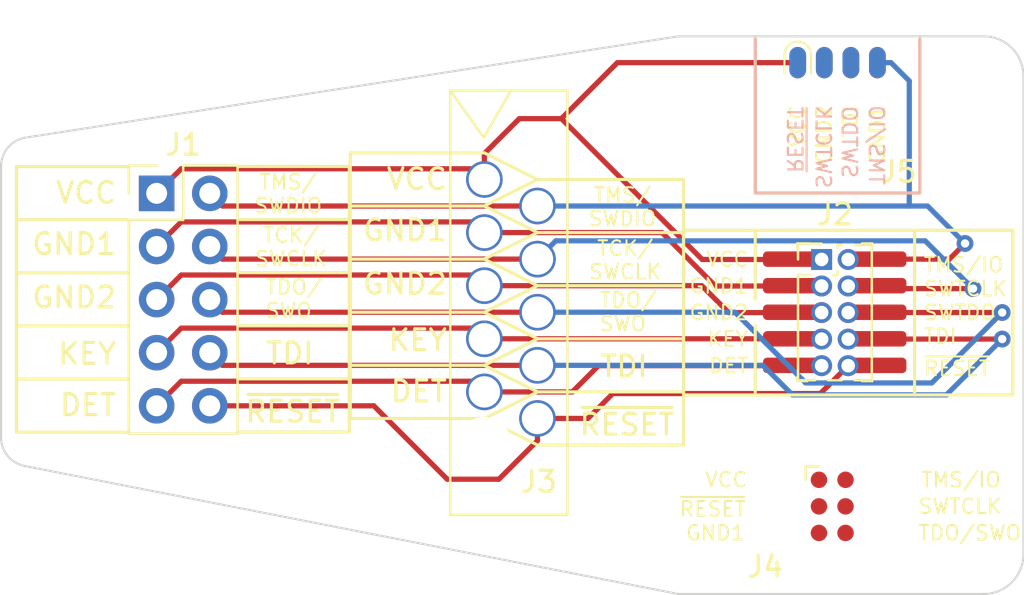
<source format=kicad_pcb>
(kicad_pcb (version 20221018) (generator pcbnew)
  (layers (0 "F.Cu" signal) (31 "B.Cu" signal) (34 "B.Paste" user) (35 "F.Paste" user) (36 "B.SilkS" user "B.Silkscreen") (37 "F.SilkS" user "F.Silkscreen") (38 "B.Mask" user) (39 "F.Mask" user) (44 "Edge.Cuts" user))
  (net 0 "")
  (net 1 "VCC")
  (net 2 "TMS{slash}SWDIO")
  (net 3 "GND1")
  (net 4 "TCK{slash}SWCLK")
  (net 5 "GND2")
  (net 6 "TDO{slash}SWO")
  (net 7 "KEY")
  (net 8 "TDI")
  (net 9 "DET")
  (net 10 "~{RESET}")
  (footprint "lethalbit-connectors:FTSH-105-01-L-DV-K-TR" (layer "F.Cu") (at 156.708 106.541232 -90)
    (fp_text reference "J6" hide)
    (fp_text value "Cortex_Dbg_SMD")
    (fp_line (start -3.3 -1.8) (end -3.3 -1.3) (stroke (width 0.1)) (layer "F.SilkS"))
    (fp_line (start -3.3 1.8) (end -3.3 1.2) (stroke (width 0.1)) (layer "F.SilkS"))
    (fp_line (start -3.1 -1.8) (end -3.3 -1.8) (stroke (width 0.1)) (layer "F.SilkS"))
    (fp_line (start -3.1 1.8) (end -3.3 1.8) (stroke (width 0.1)) (layer "F.SilkS"))
    (fp_line (start 3.1 -1.8) (end 3.3 -1.8) (stroke (width 0.1)) (layer "F.SilkS"))
    (fp_line (start 3.1 1.8) (end 3.3 1.8) (stroke (width 0.1)) (layer "F.SilkS"))
    (fp_line (start 3.3 -1.8) (end 3.3 -1.3) (stroke (width 0.1)) (layer "F.SilkS"))
    (fp_line (start 3.3 1.8) (end 3.3 1.3) (stroke (width 0.1)) (layer "F.SilkS"))
    (pad "1" smd roundrect (at -2.54 2.035 270) (size 0.74 2.79) (layers "F.Cu" "F.Paste" "F.Mask") (roundrect_rratio 0.2702702703) (net 1 "VCC"))
    (pad "2" smd roundrect (at -2.54 -2.035 270) (size 0.74 2.79) (layers "F.Cu" "F.Paste" "F.Mask") (roundrect_rratio 0.2702702703) (net 2 "TMS{slash}SWDIO"))
    (pad "3" smd roundrect (at -1.27 2.035 270) (size 0.74 2.79) (layers "F.Cu" "F.Paste" "F.Mask") (roundrect_rratio 0.2702702703) (net 3 "GND1"))
    (pad "4" smd roundrect (at -1.27 -2.035 270) (size 0.74 2.79) (layers "F.Cu" "F.Paste" "F.Mask") (roundrect_rratio 0.2702702703) (net 4 "TCK{slash}SWCLK"))
    (pad "5" smd roundrect (at 0 2.035 270) (size 0.74 2.79) (layers "F.Cu" "F.Paste" "F.Mask") (roundrect_rratio 0.2702702703) (net 5 "GND2"))
    (pad "6" smd roundrect (at 0 -2.035 270) (size 0.74 2.79) (layers "F.Cu" "F.Paste" "F.Mask") (roundrect_rratio 0.2702702703) (net 6 "TDO{slash}SWO"))
    (pad "7" smd roundrect (at 1.27 2.035 270) (size 0.74 2.79) (layers "F.Cu" "F.Paste" "F.Mask") (roundrect_rratio 0.2702702703) (net 7 "KEY"))
    (pad "8" smd roundrect (at 1.27 -2.035 270) (size 0.74 2.79) (layers "F.Cu" "F.Paste" "F.Mask") (roundrect_rratio 0.2702702703) (net 8 "TDI"))
    (pad "9" smd roundrect (at 2.54 2.035 270) (size 0.74 2.79) (layers "F.Cu" "F.Paste" "F.Mask") (roundrect_rratio 0.2702702703) (net 9 "DET"))
    (pad "10" smd roundrect (at 2.54 -2.035 270) (size 0.74 2.79) (layers "F.Cu" "F.Paste" "F.Mask") (roundrect_rratio 0.2702702703) (net 10 "~{RESET}"))
  )
  (footprint "Connector_PinHeader_2.54mm:PinHeader_2x05_P2.54mm_Vertical" (layer "F.Cu") (at 124.2815 100.855)
    (fp_text reference "J1" (at 1.27 -2.33) (layer "F.SilkS"))
    (fp_text value "IDC_Breakout")
    (fp_line (start -1.33 -1.33) (end 0 -1.33) (stroke (width 0.12)) (layer "F.SilkS"))
    (fp_line (start -1.33 0) (end -1.33 -1.33) (stroke (width 0.12)) (layer "F.SilkS"))
    (fp_line (start -1.33 1.27) (end -1.33 11.49) (stroke (width 0.12)) (layer "F.SilkS"))
    (fp_line (start -1.33 1.27) (end 1.27 1.27) (stroke (width 0.12)) (layer "F.SilkS"))
    (fp_line (start -1.33 11.49) (end 3.87 11.49) (stroke (width 0.12)) (layer "F.SilkS"))
    (fp_line (start 1.27 -1.33) (end 3.87 -1.33) (stroke (width 0.12)) (layer "F.SilkS"))
    (fp_line (start 1.27 1.27) (end 1.27 -1.33) (stroke (width 0.12)) (layer "F.SilkS"))
    (fp_line (start 3.87 -1.33) (end 3.87 11.49) (stroke (width 0.12)) (layer "F.SilkS"))
    (pad "1" thru_hole rect (at 0 0) (size 1.7 1.7) (drill 1) (layers "*.Cu" "*.Mask") (net 1 "VCC"))
    (pad "2" thru_hole oval (at 2.54 0) (size 1.7 1.7) (drill 1) (layers "*.Cu" "*.Mask") (net 2 "TMS{slash}SWDIO"))
    (pad "3" thru_hole oval (at 0 2.54) (size 1.7 1.7) (drill 1) (layers "*.Cu" "*.Mask") (net 3 "GND1"))
    (pad "4" thru_hole oval (at 2.54 2.54) (size 1.7 1.7) (drill 1) (layers "*.Cu" "*.Mask") (net 4 "TCK{slash}SWCLK"))
    (pad "5" thru_hole oval (at 0 5.08) (size 1.7 1.7) (drill 1) (layers "*.Cu" "*.Mask") (net 5 "GND2"))
    (pad "6" thru_hole oval (at 2.54 5.08) (size 1.7 1.7) (drill 1) (layers "*.Cu" "*.Mask") (net 6 "TDO{slash}SWO"))
    (pad "7" thru_hole oval (at 0 7.62) (size 1.7 1.7) (drill 1) (layers "*.Cu" "*.Mask") (net 7 "KEY"))
    (pad "8" thru_hole oval (at 2.54 7.62) (size 1.7 1.7) (drill 1) (layers "*.Cu" "*.Mask") (net 8 "TDI"))
    (pad "9" thru_hole oval (at 0 10.16) (size 1.7 1.7) (drill 1) (layers "*.Cu" "*.Mask") (net 9 "DET"))
    (pad "10" thru_hole oval (at 2.54 10.16) (size 1.7 1.7) (drill 1) (layers "*.Cu" "*.Mask") (net 10 "~{RESET}"))
  )
  (footprint "Connector_PinHeader_1.27mm:PinHeader_2x05_P1.27mm_Vertical" (layer "F.Cu") (at 156.083 104.016232)
    (fp_text reference "J2" (at 0.635 -2.159) (layer "F.SilkS"))
    (fp_text value "Cortex_Dbg")
    (fp_line (start -1.13 -0.76) (end 0 -0.76) (stroke (width 0.12)) (layer "F.SilkS"))
    (fp_line (start -1.13 0) (end -1.13 -0.76) (stroke (width 0.12)) (layer "F.SilkS"))
    (fp_line (start -1.13 0.76) (end -1.13 5.775) (stroke (width 0.12)) (layer "F.SilkS"))
    (fp_line (start -1.13 0.76) (end -0.563471 0.76) (stroke (width 0.12)) (layer "F.SilkS"))
    (fp_line (start -1.13 5.775) (end -0.30753 5.775) (stroke (width 0.12)) (layer "F.SilkS"))
    (fp_line (start 0.30753 5.775) (end 0.96247 5.775) (stroke (width 0.12)) (layer "F.SilkS"))
    (fp_line (start 0.563471 0.76) (end 0.706529 0.76) (stroke (width 0.12)) (layer "F.SilkS"))
    (fp_line (start 0.76 -0.695) (end 0.96247 -0.695) (stroke (width 0.12)) (layer "F.SilkS"))
    (fp_line (start 0.76 -0.563471) (end 0.76 -0.695) (stroke (width 0.12)) (layer "F.SilkS"))
    (fp_line (start 0.76 0.706529) (end 0.76 0.563471) (stroke (width 0.12)) (layer "F.SilkS"))
    (fp_line (start 1.57753 -0.695) (end 2.4 -0.695) (stroke (width 0.12)) (layer "F.SilkS"))
    (fp_line (start 1.57753 5.775) (end 2.4 5.775) (stroke (width 0.12)) (layer "F.SilkS"))
    (fp_line (start 2.4 -0.695) (end 2.4 5.775) (stroke (width 0.12)) (layer "F.SilkS"))
    (pad "1" thru_hole rect (at 0 0) (size 1 1) (drill 0.65) (layers "*.Cu" "*.Mask") (net 1 "VCC"))
    (pad "2" thru_hole oval (at 1.27 0) (size 1 1) (drill 0.65) (layers "*.Cu" "*.Mask") (net 2 "TMS{slash}SWDIO"))
    (pad "3" thru_hole oval (at 0 1.27) (size 1 1) (drill 0.65) (layers "*.Cu" "*.Mask") (net 3 "GND1"))
    (pad "4" thru_hole oval (at 1.27 1.27) (size 1 1) (drill 0.65) (layers "*.Cu" "*.Mask") (net 4 "TCK{slash}SWCLK"))
    (pad "5" thru_hole oval (at 0 2.54) (size 1 1) (drill 0.65) (layers "*.Cu" "*.Mask") (net 5 "GND2"))
    (pad "6" thru_hole oval (at 1.27 2.54) (size 1 1) (drill 0.65) (layers "*.Cu" "*.Mask") (net 6 "TDO{slash}SWO"))
    (pad "7" thru_hole oval (at 0 3.81) (size 1 1) (drill 0.65) (layers "*.Cu" "*.Mask") (net 7 "KEY"))
    (pad "8" thru_hole oval (at 1.27 3.81) (size 1 1) (drill 0.65) (layers "*.Cu" "*.Mask") (net 8 "TDI"))
    (pad "9" thru_hole oval (at 0 5.08) (size 1 1) (drill 0.65) (layers "*.Cu" "*.Mask") (net 9 "DET"))
    (pad "10" thru_hole oval (at 1.27 5.08) (size 1 1) (drill 0.65) (layers "*.Cu" "*.Mask") (net 10 "~{RESET}"))
  )
  (footprint "chip-bo:SOIC_clipProgSmall" (layer "F.Cu") (at 156.845 93.853 180)
    (fp_text reference "J5" (at -2.921 -5.969 180) (layer "F.SilkS"))
    (fp_text value "SOICbite")
    (fp_line (start 1.27 -0.381) (end 1.27 -1.27) (stroke (width 0.1)) (layer "F.SilkS"))
    (fp_line (start 2.54 -0.381) (end 2.54 -1.27) (stroke (width 0.1)) (layer "F.SilkS"))
    (fp_arc (start 2.54 -0.381) (mid 1.905 0.254) (end 1.27 -0.381) (stroke (width 0.1)) (layer "F.SilkS"))
    (pad "" np_thru_hole circle (at -2.54 -1.905 180) (size 0.7 0.7) (drill 0.7) (layers "*.Cu" "*.Mask"))
    (pad "" np_thru_hole circle (at -1.27 -1.905 180) (size 0.7 0.7) (drill 0.7) (layers "*.Cu" "*.Mask"))
    (pad "" np_thru_hole circle (at 0 -1.905 180) (size 0.7 0.7) (drill 0.7) (layers "*.Cu" "*.Mask"))
    (pad "" np_thru_hole circle (at 1.27 -1.905 180) (size 0.7 0.7) (drill 0.7) (layers "*.Cu" "*.Mask"))
    (pad "" np_thru_hole circle (at 2.54 -1.905 180) (size 0.7 0.7) (drill 0.7) (layers "*.Cu" "*.Mask"))
    (pad "1" smd oval (at 1.905 -0.75 180) (size 0.8 1.5) (layers "F.Cu" "F.Mask") (net 1 "VCC"))
    (pad "2" smd oval (at 0.635 -0.75 180) (size 0.8 1.5) (layers "F.Cu" "F.Mask") (net 5 "GND2"))
    (pad "3" smd oval (at -0.635 -0.75 180) (size 0.8 1.5) (layers "F.Cu" "F.Mask") (net 8 "TDI"))
    (pad "4" smd oval (at -1.905 -0.75 180) (size 0.8 1.5) (layers "F.Cu" "F.Mask") (net 3 "GND1"))
    (pad "5" smd oval (at -1.905 -0.75 180) (size 0.8 1.5) (layers "B.Cu" "B.Mask") (net 2 "TMS{slash}SWDIO"))
    (pad "6" smd oval (at -0.635 -0.75 180) (size 0.8 1.5) (layers "B.Cu" "B.Mask") (net 6 "TDO{slash}SWO"))
    (pad "7" smd oval (at 0.635 -0.75 180) (size 0.8 1.5) (layers "B.Cu" "B.Mask") (net 4 "TCK{slash}SWCLK"))
    (pad "8" smd oval (at 1.905 -0.75 180) (size 0.8 1.5) (layers "B.Cu" "B.Mask") (net 10 "~{RESET}"))
  )
  (footprint "Connector:Tag-Connect_TC2030-IDC-FP_2x03_P1.27mm_Vertical" (layer "F.Cu") (at 156.591 115.824 -90)
    (fp_text reference "J4" (at 2.885 3.21) (layer "F.SilkS"))
    (fp_text value "Conn_ARM_SWD_TagConnect_TC2030" hide)
    (fp_line (start -1.905 1.27) (end -1.905 0.635) (stroke (width 0.12)) (layer "F.SilkS"))
    (fp_line (start -1.27 1.27) (end -1.905 1.27) (stroke (width 0.12)) (layer "F.SilkS"))
    (pad "" np_thru_hole circle (at -2.54 -2.54 270) (size 2.3749 2.3749) (drill 2.3749) (layers "*.Cu" "*.Mask"))
    (pad "" np_thru_hole circle (at -2.54 0 270) (size 0.9906 0.9906) (drill 0.9906) (layers "*.Cu" "*.Mask"))
    (pad "" np_thru_hole circle (at -2.54 2.54 270) (size 2.3749 2.3749) (drill 2.3749) (layers "*.Cu" "*.Mask"))
    (pad "" np_thru_hole circle (at 0.635 -2.54 270) (size 2.3749 2.3749) (drill 2.3749) (layers "*.Cu" "*.Mask"))
    (pad "" np_thru_hole circle (at 0.635 2.54 270) (size 2.3749 2.3749) (drill 2.3749) (layers "*.Cu" "*.Mask"))
    (pad "" np_thru_hole circle (at 2.54 -1.016 270) (size 0.9906 0.9906) (drill 0.9906) (layers "*.Cu" "*.Mask"))
    (pad "" np_thru_hole circle (at 2.54 1.016 270) (size 0.9906 0.9906) (drill 0.9906) (layers "*.Cu" "*.Mask"))
    (pad "1" connect circle (at -1.27 0.635 270) (size 0.7874 0.7874) (layers "F.Cu" "F.Mask") (net 1 "VCC"))
    (pad "2" connect circle (at -1.27 -0.635 270) (size 0.7874 0.7874) (layers "F.Cu" "F.Mask") (net 2 "TMS{slash}SWDIO"))
    (pad "3" connect circle (at 0 0.635 270) (size 0.7874 0.7874) (layers "F.Cu" "F.Mask") (net 10 "~{RESET}"))
    (pad "4" connect circle (at 0 -0.635 270) (size 0.7874 0.7874) (layers "F.Cu" "F.Mask") (net 4 "TCK{slash}SWCLK"))
    (pad "5" connect circle (at 1.27 0.635 270) (size 0.7874 0.7874) (layers "F.Cu" "F.Mask") (net 3 "GND1"))
    (pad "6" connect circle (at 1.27 -0.635 270) (size 0.7874 0.7874) (layers "F.Cu" "F.Mask") (net 6 "TDO{slash}SWO"))
  )
  (footprint "chip-bo:Wurth_WR-RST_REDFIT_IDC_SKEDD-10_02x05_490107671012_DEBUG" (layer "F.Cu") (at 141.224 105.84 -90)
    (fp_text reference "J3" (at 8.8 -1.33 unlocked) (layer "F.SilkS"))
    (fp_text value "Redfit_SKEDD")
    (fp_line (start -7.655 1.3) (end -9.9 0) (stroke (width 0.12)) (layer "F.SilkS"))
    (fp_line (start -7.655 1.3) (end -9.9 2.9) (stroke (width 0.12)) (layer "F.SilkS"))
    (fp_rect (start -9.9 -2.7) (end 10.39 2.9) (stroke (width 0.12)) (fill none) (layer "F.SilkS"))
    (pad "" np_thru_hole circle (at -6.98 -1.27 270) (size 2.2 2.2) (drill 2.2) (layers "*.Cu" "*.Mask"))
    (pad "" np_thru_hole circle (at 7.01 1.27 270) (size 2.6 2.6) (drill 2.6) (layers "*.Cu" "*.Mask"))
    (pad "1" thru_hole circle (at -5.65 1.27 270) (size 1.75 1.75) (drill 1.5) (layers "*.Cu" "*.Mask") (net 1 "VCC"))
    (pad "2" thru_hole circle (at -4.38 -1.27 270) (size 1.75 1.75) (drill 1.5) (layers "*.Cu" "*.Mask") (net 2 "TMS{slash}SWDIO"))
    (pad "3" thru_hole circle (at -3.11 1.27 270) (size 1.75 1.75) (drill 1.5) (layers "*.Cu" "*.Mask") (net 3 "GND1"))
    (pad "4" thru_hole circle (at -1.84 -1.27 270) (size 1.75 1.75) (drill 1.5) (layers "*.Cu" "*.Mask") (net 4 "TCK{slash}SWCLK"))
    (pad "5" thru_hole circle (at -0.57 1.27 270) (size 1.75 1.75) (drill 1.5) (layers "*.Cu" "*.Mask") (net 5 "GND2"))
    (pad "6" thru_hole circle (at 0.7 -1.27 270) (size 1.75 1.75) (drill 1.5) (layers "*.Cu" "*.Mask") (net 6 "TDO{slash}SWO"))
    (pad "7" thru_hole circle (at 1.97 1.27 270) (size 1.75 1.75) (drill 1.5) (layers "*.Cu" "*.Mask") (net 7 "KEY"))
    (pad "8" thru_hole circle (at 3.24 -1.27 270) (size 1.75 1.75) (drill 1.5) (layers "*.Cu" "*.Mask") (net 8 "TDI"))
    (pad "9" thru_hole circle (at 4.51 1.27 270) (size 1.75 1.75) (drill 1.5) (layers "*.Cu" "*.Mask") (net 9 "DET"))
    (pad "10" thru_hole circle (at 5.78 -1.27 270) (size 1.75 1.75) (drill 1.5) (layers "*.Cu" "*.Mask") (net 10 "~{RESET}"))
  )
  (gr_line (start 160.782 100.838) (end 160.782 93.472) (stroke (width 0.15)) (layer "B.SilkS"))
  (gr_line (start 152.908 100.838) (end 160.782 100.838) (stroke (width 0.15)) (layer "B.SilkS"))
  (gr_line (start 152.908 93.472) (end 152.908 100.838) (stroke (width 0.15)) (layer "B.SilkS"))
  (gr_line (start 165.227 110.493232) (end 165.227 102.619232) (stroke (width 0.15)) (layer "F.SilkS"))
  (gr_line (start 133.5435 98.92) (end 133.5435 111.62) (stroke (width 0.15)) (layer "F.SilkS"))
  (gr_line (start 139.954 104) (end 142.494 102.73) (stroke (width 0.15)) (layer "F.SilkS"))
  (gr_line (start 133.4955 99.568) (end 128.1615 99.568) (stroke (width 0.15)) (layer "F.SilkS"))
  (gr_line (start 133.4955 104.648) (end 128.1615 104.648) (stroke (width 0.15)) (layer "F.SilkS"))
  (gr_line (start 139.954 101.46) (end 142.494 102.73) (stroke (width 0.15)) (layer "F.SilkS"))
  (gr_line (start 160.528 102.619232) (end 165.227 102.619232) (stroke (width 0.15)) (layer "F.SilkS"))
  (gr_line (start 133.4955 109.728) (end 128.1615 109.728) (stroke (width 0.15)) (layer "F.SilkS"))
  (gr_line (start 128.1615 112.268) (end 133.4955 112.268) (stroke (width 0.15)) (layer "F.SilkS"))
  (gr_line (start 139.954 111.62) (end 142.494 112.89) (stroke (width 0.15)) (layer "F.SilkS"))
  (gr_line (start 133.5435 111.62) (end 139.954 111.62) (stroke (width 0.15)) (layer "F.SilkS"))
  (gr_line (start 117.5815 112.275) (end 122.9155 112.275) (stroke (width 0.15)) (layer "F.SilkS"))
  (gr_line (start 122.9155 109.735) (end 117.5815 109.735) (stroke (width 0.15)) (layer "F.SilkS"))
  (gr_line (start 139.954 109.08) (end 142.494 110.35) (stroke (width 0.15)) (layer "F.SilkS"))
  (gr_line (start 149.479 107.81) (end 142.494 107.81) (stroke (width 0.15)) (layer "F.SilkS"))
  (gr_line (start 139.954 109.08) (end 133.5435 109.08) (stroke (width 0.15)) (layer "F.SilkS"))
  (gr_line (start 139.954 101.46) (end 133.5435 101.46) (stroke (width 0.15)) (layer "F.SilkS"))
  (gr_line (start 152.908 93.472) (end 152.908 100.838) (stroke (width 0.15)) (layer "F.SilkS"))
  (gr_line (start 149.479 102.619232) (end 152.908 102.619232) (stroke (width 0.15)) (layer "F.SilkS"))
  (gr_line (start 122.9155 107.195) (end 117.5815 107.195) (stroke (width 0.15)) (layer "F.SilkS"))
  (gr_line (start 152.908 100.838) (end 160.782 100.838) (stroke (width 0.15)) (layer "F.SilkS"))
  (gr_line (start 122.9155 99.575) (end 117.5815 99.575) (stroke (width 0.15)) (layer "F.SilkS"))
  (gr_line (start 149.479 110.493232) (end 149.479 102.619232) (stroke (width 0.15)) (layer "F.SilkS"))
  (gr_line (start 139.954 98.92) (end 133.5435 98.92) (stroke (width 0.15)) (layer "F.SilkS"))
  (gr_line (start 117.5815 99.575) (end 117.5815 112.275) (stroke (width 0.15)) (layer "F.SilkS"))
  (gr_line (start 142.494 100.19) (end 149.479 100.19) (stroke (width 0.15)) (layer "F.SilkS"))
  (gr_line (start 139.954 109.08) (end 142.494 107.81) (stroke (width 0.15)) (layer "F.SilkS"))
  (gr_line (start 122.9155 104.655) (end 117.5815 104.655) (stroke (width 0.15)) (layer "F.SilkS"))
  (gr_line (start 160.782 100.838) (end 160.782 93.472) (stroke (width 0.15)) (layer "F.SilkS"))
  (gr_line (start 133.4955 99.568) (end 133.4955 112.268) (stroke (width 0.15)) (layer "F.SilkS"))
  (gr_line (start 139.954 106.54) (end 133.5435 106.54) (stroke (width 0.15)) (layer "F.SilkS"))
  (gr_line (start 139.954 104) (end 133.5435 104) (stroke (width 0.15)) (layer "F.SilkS"))
  (gr_line (start 139.954 101.46) (end 142.494 100.19) (stroke (width 0.15)) (layer "F.SilkS"))
  (gr_line (start 152.908 102.619232) (end 160.528 102.619232) (stroke (width 0.15)) (layer "F.SilkS"))
  (gr_line (start 160.528 102.619232) (end 160.528 110.493232) (stroke (width 0.15)) (layer "F.SilkS"))
  (gr_line (start 149.479 112.89) (end 142.494 112.89) (stroke (width 0.15)) (layer "F.SilkS"))
  (gr_line (start 149.479 102.73) (end 142.494 102.73) (stroke (width 0.15)) (layer "F.SilkS"))
  (gr_line (start 149.479 105.27) (end 142.494 105.27) (stroke (width 0.15)) (layer "F.SilkS"))
  (gr_line (start 139.954 106.54) (end 142.494 107.81) (stroke (width 0.15)) (layer "F.SilkS"))
  (gr_line (start 160.528 110.493232) (end 152.908 110.493232) (stroke (width 0.15)) (layer "F.SilkS"))
  (gr_line (start 165.227 110.493232) (end 160.528 110.493232) (stroke (width 0.15)) (layer "F.SilkS"))
  (gr_line (start 152.908 102.619232) (end 152.908 105.921232) (stroke (width 0.15)) (layer "F.SilkS"))
  (gr_line (start 133.4955 107.188) (end 128.1615 107.188) (stroke (width 0.15)) (layer "F.SilkS"))
  (gr_line (start 149.479 110.35) (end 142.494 110.35) (stroke (width 0.15)) (layer "F.SilkS"))
  (gr_line (start 133.4955 102.108) (end 128.1615 102.108) (stroke (width 0.15)) (layer "F.SilkS"))
  (gr_line (start 152.908 110.493232) (end 149.479 110.493232) (stroke (width 0.15)) (layer "F.SilkS"))
  (gr_line (start 139.954 111.62) (end 142.494 110.35) (stroke (width 0.15)) (layer "F.SilkS"))
  (gr_line (start 139.954 98.92) (end 142.494 100.19) (stroke (width 0.15)) (layer "F.SilkS"))
  (gr_line (start 139.954 106.54) (end 142.494 105.27) (stroke (width 0.15)) (layer "F.SilkS"))
  (gr_line (start 139.954 104) (end 142.494 105.27) (stroke (width 0.15)) (layer "F.SilkS"))
  (gr_line (start 149.479 100.19) (end 149.479 112.89) (stroke (width 0.15)) (layer "F.SilkS"))
  (gr_line (start 122.9155 102.115) (end 117.5815 102.115) (stroke (width 0.15)) (layer "F.SilkS"))
  (gr_line (start 152.908 110.493232) (end 152.908 107.191232) (stroke (width 0.15)) (layer "F.SilkS"))
  (gr_line (start 117.987097 98.193534) (end 149.225 93.345) (stroke (width 0.1)) (layer "Edge.Cuts"))
  (gr_arc (start 116.84 99.568) (mid 117.164451 98.672876) (end 117.987097 98.193534) (stroke (width 0.1)) (layer "Edge.Cuts"))
  (gr_line (start 149.225 120.015) (end 117.987097 113.896466) (stroke (width 0.1)) (layer "Edge.Cuts"))
  (gr_arc (start 117.987097 113.896466) (mid 117.164451 113.417124) (end 116.84 112.522) (stroke (width 0.1)) (layer "Edge.Cuts"))
  (gr_line (start 116.84 99.568) (end 116.84 112.522) (stroke (width 0.1)) (layer "Edge.Cuts"))
  (gr_line (start 163.83 120.015) (end 149.225 120.015) (stroke (width 0.1)) (layer "Edge.Cuts"))
  (gr_line (start 165.735 95.25) (end 165.735 118.11) (stroke (width 0.1)) (layer "Edge.Cuts"))
  (gr_arc (start 163.83 93.345) (mid 165.177038 93.902962) (end 165.735 95.25) (stroke (width 0.1)) (layer "Edge.Cuts"))
  (gr_arc (start 165.735 118.11) (mid 165.177038 119.457038) (end 163.83 120.015) (stroke (width 0.1)) (layer "Edge.Cuts"))
  (gr_line (start 149.225 93.345) (end 163.83 93.345) (stroke (width 0.1)) (layer "Edge.Cuts"))
  (gr_text "TMS/IO" (at 158.6992 98.552 270) (layer "B.SilkS") (effects (font (size 0.7 0.7) (thickness 0.1)) (justify mirror)))
  (gr_text "SWTCLK" (at 156.1592 98.6282 270) (layer "B.SilkS") (effects (font (size 0.7 0.7) (thickness 0.1)) (justify mirror)))
  (gr_text "~{RESET}" (at 154.7876 98.291667 270) (layer "B.SilkS") (effects (font (size 0.7 0.7) (thickness 0.1)) (justify mirror)))
  (gr_text "SWTDO" (at 157.4038 98.3996 270) (layer "B.SilkS") (effects (font (size 0.7 0.7) (thickness 0.1)) (justify mirror)))
  (gr_text "SWTCLK" (at 160.909 105.416464) (layer "F.SilkS") (effects (font (size 0.7 0.7) (thickness 0.1)) (justify left)))
  (gr_text "KEY" (at 151.604666 107.826232) (layer "F.SilkS") (effects (font (size 0.7 0.7) (thickness 0.1))))
  (gr_text "GND1" (at 151.171333 105.286232) (layer "F.SilkS") (effects (font (size 0.7 0.7) (thickness 0.1))))
  (gr_text "TMS/IO" (at 160.909 104.276696) (layer "F.SilkS") (effects (font (size 0.7 0.7) (thickness 0.1)) (justify left)))
  (gr_text "DET" (at 135.384833 110.91) (layer "F.SilkS") (effects (font (size 1 1)) (justify left bottom)))
  (gr_text "TDI" (at 160.909 107.696) (layer "F.SilkS") (effects (font (size 0.7 0.7) (thickness 0.1)) (justify left)))
  (gr_text "GND1" (at 151.003 117.094) (layer "F.SilkS") (effects (font (size 0.7 0.7) (thickness 0.1))))
  (gr_text "TDI" (at 145.415 109.715) (layer "F.SilkS") (effects (font (size 1 1)) (justify left bottom)))
  (gr_text "GND2" (at 156.197702 98.044 90) (layer "F.SilkS") (effects (font (size 0.7 0.7) (thickness 0.1))))
  (gr_text "GND1" (at 118.237143 103.865) (layer "F.SilkS") (effects (font (size 1 1)) (justify left bottom)))
  (gr_text "KEY" (at 119.475238 109.115) (layer "F.SilkS") (effects (font (size 1 1)) (justify left bottom)))
  (gr_text "TMS/\nSWDIO" (at 130.5745 101.854) (layer "F.SilkS") (effects (font (size 0.7 0.7) (thickness 0.1)) (justify bottom)))
  (gr_text "SWTCLK" (at 160.655 115.824) (layer "F.SilkS") (effects (font (size 0.7 0.7) (thickness 0.1)) (justify left)))
  (gr_text "VCC" (at 135.194357 100.76) (layer "F.SilkS") (effects (font (size 1 1)) (justify left bottom)))
  (gr_text "~{RESET}" (at 149.225 115.951) (layer "F.SilkS") (effects (font (size 0.7 0.7) (thickness 0.1)) (justify left)))
  (gr_text "TDI" (at 129.4315 109.093) (layer "F.SilkS") (effects (font (size 1 1)) (justify left bottom)))
  (gr_text "GND2" (at 118.237143 106.415) (layer "F.SilkS") (effects (font (size 1 1)) (justify left bottom)))
  (gr_text "VCC" (at 151.511 114.554) (layer "F.SilkS") (effects (font (size 0.7 0.7) (thickness 0.1))))
  (gr_text "TMS/\nSWDIO" (at 146.558 102.476) (layer "F.SilkS") (effects (font (size 0.7 0.7) (thickness 0.1)) (justify bottom)))
  (gr_text "VCC" (at 151.571333 104.016232) (layer "F.SilkS") (effects (font (size 0.7 0.7) (thickness 0.1))))
  (gr_text "TCK/\nSWCLK" (at 146.685 105.016) (layer "F.SilkS") (effects (font (size 0.7 0.7) (thickness 0.1)) (justify bottom)))
  (gr_text "TDI" (at 157.467702 97.427333 90) (layer "F.SilkS") (effects (font (size 0.7 0.7) (thickness 0.1))))
  (gr_text "DET" (at 119.570476 111.565) (layer "F.SilkS") (effects (font (size 1 1)) (justify left bottom)))
  (gr_text "TDO/\nSWO" (at 129.4315 106.875) (layer "F.SilkS") (effects (font (size 0.7 0.7) (thickness 0.1)) (justify left bottom)))
  (gr_text "DET" (at 151.638 109.096232) (layer "F.SilkS") (effects (font (size 0.7 0.7) (thickness 0.1))))
  (gr_text "~{RESET}" (at 160.909 109.229696) (layer "F.SilkS") (effects (font (size 0.7 0.7) (thickness 0.1)) (justify left)))
  (gr_text "TDO/\nSWO" (at 145.415 107.497) (layer "F.SilkS") (effects (font (size 0.7 0.7) (thickness 0.1)) (justify left bottom)))
  (gr_text "TDO/SWO" (at 160.655 117.094) (layer "F.SilkS") (effects (font (size 0.7 0.7) (thickness 0.1)) (justify left)))
  (gr_text "TMS/IO" (at 160.782 114.554) (layer "F.SilkS") (effects (font (size 0.7 0.7) (thickness 0.1)) (justify left)))
  (gr_text "TCK/\nSWCLK" (at 130.7015 104.394) (layer "F.SilkS") (effects (font (size 0.7 0.7) (thickness 0.1)) (justify bottom)))
  (gr_text "GND1" (at 158.75 98.044 90) (layer "F.SilkS") (effects (font (size 0.7 0.7) (thickness 0.1))))
  (gr_text "VCC" (at 119.38 101.415) (layer "F.SilkS") (effects (font (size 1 1)) (justify left bottom)))
  (gr_text "GND2" (at 151.171333 106.556232) (layer "F.SilkS") (effects (font (size 0.7 0.7) (thickness 0.1))))
  (gr_text "~{RESET}" (at 144.417 112.501) (layer "F.SilkS") (effects (font (size 1 1)) (justify left bottom)))
  (gr_text "SWTDO" (at 160.909 106.556232) (layer "F.SilkS") (effects (font (size 0.7 0.7) (thickness 0.1)) (justify left)))
  (gr_text "VCC" (at 154.927702 97.644 90) (layer "F.SilkS") (effects (font (size 0.7 0.7) (thickness 0.1))))
  (gr_text "KEY" (at 135.289595 108.46) (layer "F.SilkS") (effects (font (size 1 1)) (justify left bottom)))
  (gr_text "~{RESET}" (at 128.4335 111.879) (layer "F.SilkS") (effects (font (size 1 1)) (justify left bottom)))
  (gr_text "GND2" (at 134.0515 105.76) (layer "F.SilkS") (effects (font (size 1 1)) (justify left bottom)))
  (gr_text "GND1" (at 134.0515 103.21) (layer "F.SilkS") (effects (font (size 1 1)) (justify left bottom)))
  (segment (start 139.954 100.19) (end 139.954 98.952564) (width 0.25) (layer "F.Cu") (net 1))
  (segment (start 125.4565 99.68) (end 139.444 99.68) (width 0.25) (layer "F.Cu") (net 1))
  (segment (start 124.2815 100.855) (end 125.4565 99.68) (width 0.25) (layer "F.Cu") (net 1))
  (segment (start 139.954 98.952564) (end 141.624564 97.282) (width 0.25) (layer "F.Cu") (net 1))
  (segment (start 141.624564 97.282) (end 143.637 97.282) (width 0.25) (layer "F.Cu") (net 1))
  (segment (start 139.444 99.68) (end 139.954 100.19) (width 0.25) (layer "F.Cu") (net 1))
  (segment (start 150.371232 104.016232) (end 156.083 104.016232) (width 0.25) (layer "F.Cu") (net 1))
  (segment (start 143.637 97.282) (end 150.371232 104.016232) (width 0.25) (layer "F.Cu") (net 1))
  (segment (start 154.94 94.603) (end 146.316 94.603) (width 0.25) (layer "F.Cu") (net 1))
  (segment (start 146.316 94.603) (end 143.637 97.282) (width 0.25) (layer "F.Cu") (net 1))
  (segment (start 162.941 103.251) (end 162.190768 104.001232) (width 0.25) (layer "F.Cu") (net 2))
  (segment (start 162.190768 104.001232) (end 158.743 104.001232) (width 0.25) (layer "F.Cu") (net 2))
  (segment (start 127.4265 101.46) (end 142.494 101.46) (width 0.25) (layer "F.Cu") (net 2))
  (segment (start 157.353 104.016232) (end 158.728 104.016232) (width 0.25) (layer "F.Cu") (net 2))
  (segment (start 158.728 104.016232) (end 158.743 104.001232) (width 0.25) (layer "F.Cu") (net 2))
  (segment (start 126.8215 100.855) (end 127.4265 101.46) (width 0.25) (layer "F.Cu") (net 2))
  (via (at 162.941 103.251) (size 0.8) (drill 0.4) (layers "F.Cu" "B.Cu") (net 2))
  (segment (start 159.4 94.603) (end 160.274 95.477) (width 0.25) (layer "B.Cu") (net 2))
  (segment (start 160.274 95.477) (end 160.274 101.46) (width 0.25) (layer "B.Cu") (net 2))
  (segment (start 160.274 101.46) (end 161.15 101.46) (width 0.25) (layer "B.Cu") (net 2))
  (segment (start 161.15 101.46) (end 162.941 103.251) (width 0.25) (layer "B.Cu") (net 2))
  (segment (start 142.494 101.46) (end 160.274 101.46) (width 0.25) (layer "B.Cu") (net 2))
  (segment (start 158.75 94.603) (end 159.4 94.603) (width 0.25) (layer "B.Cu") (net 2))
  (segment (start 125.4565 102.22) (end 139.444 102.22) (width 0.25) (layer "F.Cu") (net 3))
  (segment (start 124.2815 103.395) (end 125.4565 102.22) (width 0.25) (layer "F.Cu") (net 3))
  (segment (start 139.444 102.22) (end 139.954 102.73) (width 0.25) (layer "F.Cu") (net 3))
  (segment (start 151.004836 105.286232) (end 156.083 105.286232) (width 0.25) (layer "F.Cu") (net 3))
  (segment (start 139.954 102.73) (end 148.448604 102.73) (width 0.25) (layer "F.Cu") (net 3))
  (segment (start 148.448604 102.73) (end 151.004836 105.286232) (width 0.25) (layer "F.Cu") (net 3))
  (segment (start 157.353 105.286232) (end 158.728 105.286232) (width 0.25) (layer "F.Cu") (net 4))
  (segment (start 126.8215 103.395) (end 127.4265 104) (width 0.25) (layer "F.Cu") (net 4))
  (segment (start 158.728 105.286232) (end 158.743 105.271232) (width 0.25) (layer "F.Cu") (net 4))
  (segment (start 158.881768 105.41) (end 158.743 105.271232) (width 0.25) (layer "F.Cu") (net 4))
  (segment (start 163.322 105.41) (end 158.881768 105.41) (width 0.25) (layer "F.Cu") (net 4))
  (segment (start 127.4265 104) (end 142.494 104) (width 0.25) (layer "F.Cu") (net 4))
  (via (at 163.322 105.41) (size 0.8) (drill 0.4) (layers "F.Cu" "B.Cu") (net 4))
  (segment (start 142.494 104) (end 143.368999 103.125001) (width 0.25) (layer "B.Cu") (net 4))
  (segment (start 143.368999 103.125001) (end 161.037001 103.125001) (width 0.25) (layer "B.Cu") (net 4))
  (segment (start 161.037001 103.125001) (end 163.322 105.41) (width 0.25) (layer "B.Cu") (net 4))
  (segment (start 150.352208 105.27) (end 151.63844 106.556232) (width 0.25) (layer "F.Cu") (net 5))
  (segment (start 124.2815 105.935) (end 125.4565 104.76) (width 0.25) (layer "F.Cu") (net 5))
  (segment (start 139.444 104.76) (end 139.954 105.27) (width 0.25) (layer "F.Cu") (net 5))
  (segment (start 139.954 105.27) (end 150.352208 105.27) (width 0.25) (layer "F.Cu") (net 5))
  (segment (start 125.4565 104.76) (end 139.444 104.76) (width 0.25) (layer "F.Cu") (net 5))
  (segment (start 151.63844 106.556232) (end 156.083 106.556232) (width 0.25) (layer "F.Cu") (net 5))
  (segment (start 164.719 106.553) (end 158.754768 106.553) (width 0.25) (layer "F.Cu") (net 6))
  (segment (start 127.4265 106.54) (end 142.494 106.54) (width 0.25) (layer "F.Cu") (net 6))
  (segment (start 126.8215 105.935) (end 127.4265 106.54) (width 0.25) (layer "F.Cu") (net 6))
  (segment (start 158.728 106.556232) (end 158.743 106.541232) (width 0.25) (layer "F.Cu") (net 6))
  (segment (start 157.353 106.556232) (end 158.728 106.556232) (width 0.25) (layer "F.Cu") (net 6))
  (segment (start 158.754768 106.553) (end 158.743 106.541232) (width 0.25) (layer "F.Cu") (net 6))
  (via (at 164.719 106.553) (size 0.8) (drill 0.4) (layers "F.Cu" "B.Cu") (net 6))
  (segment (start 155.321 109.921232) (end 161.350768 109.921232) (width 0.25) (layer "B.Cu") (net 6))
  (segment (start 151.939768 106.54) (end 155.321 109.921232) (width 0.25) (layer "B.Cu") (net 6))
  (segment (start 142.494 106.54) (end 151.939768 106.54) (width 0.25) (layer "B.Cu") (net 6))
  (segment (start 161.350768 109.921232) (end 164.719 106.553) (width 0.25) (layer "B.Cu") (net 6))
  (segment (start 139.444 107.3) (end 139.954 107.81) (width 0.25) (layer "F.Cu") (net 7))
  (segment (start 156.066768 107.81) (end 156.083 107.826232) (width 0.25) (layer "F.Cu") (net 7))
  (segment (start 125.4565 107.3) (end 139.444 107.3) (width 0.25) (layer "F.Cu") (net 7))
  (segment (start 124.2815 108.475) (end 125.4565 107.3) (width 0.25) (layer "F.Cu") (net 7))
  (segment (start 139.954 107.81) (end 156.066768 107.81) (width 0.25) (layer "F.Cu") (net 7))
  (segment (start 127.4265 109.08) (end 142.494 109.08) (width 0.25) (layer "F.Cu") (net 8))
  (segment (start 157.353 107.826232) (end 158.728 107.826232) (width 0.25) (layer "F.Cu") (net 8))
  (segment (start 164.719 107.823) (end 158.754768 107.823) (width 0.25) (layer "F.Cu") (net 8))
  (segment (start 158.728 107.826232) (end 158.743 107.811232) (width 0.25) (layer "F.Cu") (net 8))
  (segment (start 126.8215 108.475) (end 127.4265 109.08) (width 0.25) (layer "F.Cu") (net 8))
  (segment (start 158.754768 107.823) (end 158.743 107.811232) (width 0.25) (layer "F.Cu") (net 8))
  (via (at 164.719 107.823) (size 0.8) (drill 0.4) (layers "F.Cu" "B.Cu") (net 8))
  (segment (start 153.276 109.08) (end 154.686 110.49) (width 0.25) (layer "B.Cu") (net 8))
  (segment (start 142.494 109.08) (end 153.276 109.08) (width 0.25) (layer "B.Cu") (net 8))
  (segment (start 154.686 110.49) (end 162.052 110.49) (width 0.25) (layer "B.Cu") (net 8))
  (segment (start 162.052 110.49) (end 164.719 107.823) (width 0.25) (layer "B.Cu") (net 8))
  (segment (start 125.4565 109.84) (end 139.444 109.84) (width 0.25) (layer "F.Cu") (net 9))
  (segment (start 145.411768 109.096232) (end 144.158 110.35) (width 0.25) (layer "F.Cu") (net 9))
  (segment (start 144.158 110.35) (end 139.954 110.35) (width 0.25) (layer "F.Cu") (net 9))
  (segment (start 139.444 109.84) (end 139.954 110.35) (width 0.25) (layer "F.Cu") (net 9))
  (segment (start 156.083 109.096232) (end 145.411768 109.096232) (width 0.25) (layer "F.Cu") (net 9))
  (segment (start 124.2815 111.015) (end 125.4565 109.84) (width 0.25) (layer "F.Cu") (net 9))
  (segment (start 134.666 111.015) (end 138.176 114.525) (width 0.25) (layer "F.Cu") (net 10))
  (segment (start 140.647808 114.525) (end 142.494 112.678808) (width 0.25) (layer "F.Cu") (net 10))
  (segment (start 126.8215 111.015) (end 134.666 111.015) (width 0.25) (layer "F.Cu") (net 10))
  (segment (start 146.098884 110.428116) (end 144.907 111.62) (width 0.25) (layer "F.Cu") (net 10))
  (segment (start 142.494 112.678808) (end 142.494 111.62) (width 0.25) (layer "F.Cu") (net 10))
  (segment (start 142.494 111.62) (end 144.907 111.62) (width 0.25) (layer "F.Cu") (net 10))
  (segment (start 158.728 109.096232) (end 158.743 109.081232) (width 0.25) (layer "F.Cu") (net 10))
  (segment (start 156.021116 110.428116) (end 146.098884 110.428116) (width 0.25) (layer "F.Cu") (net 10))
  (segment (start 138.176 114.525) (end 140.647808 114.525) (width 0.25) (layer "F.Cu") (net 10))
  (segment (start 156.021116 110.428116) (end 157.353 109.096232) (width 0.25) (layer "F.Cu") (net 10))
  (segment (start 157.353 109.096232) (end 158.728 109.096232) (width 0.25) (layer "F.Cu") (net 10))
)
</source>
